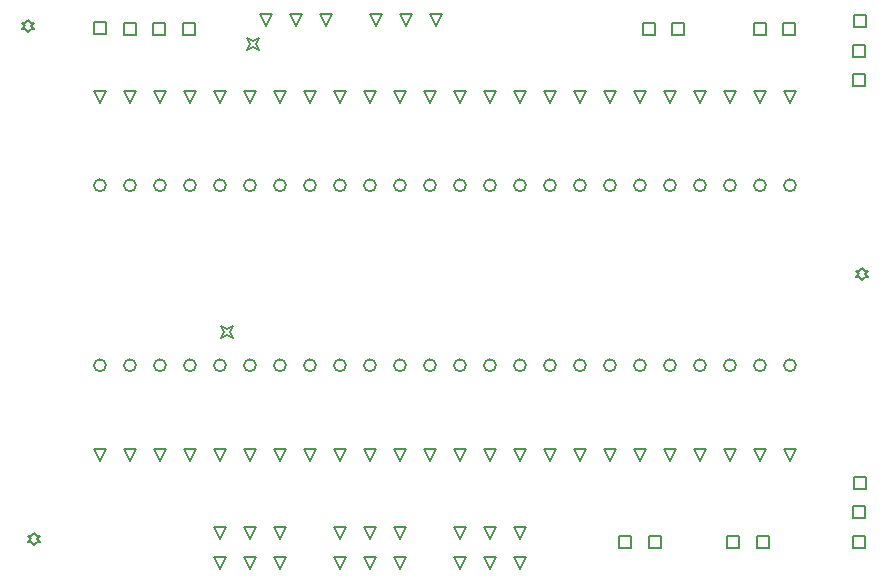
<source format=gbr>
%TF.GenerationSoftware,Altium Limited,Altium Designer,19.1.8 (144)*%
G04 Layer_Color=2752767*
%FSLAX26Y26*%
%MOIN*%
%TF.FileFunction,Drawing*%
%TF.Part,Single*%
G01*
G75*
%TA.AperFunction,NonConductor*%
%ADD48C,0.005000*%
%ADD49C,0.006667*%
D48*
X2870000Y191575D02*
Y231575D01*
X2910000D01*
Y191575D01*
X2870000D01*
Y290000D02*
Y330000D01*
X2910000D01*
Y290000D01*
X2870000D01*
X2873937Y388425D02*
Y428425D01*
X2913937D01*
Y388425D01*
X2873937D01*
Y1926850D02*
Y1966850D01*
X2913937D01*
Y1926850D01*
X2873937D01*
X2870000Y1828425D02*
Y1868425D01*
X2910000D01*
Y1828425D01*
X2870000D01*
Y1730000D02*
Y1770000D01*
X2910000D01*
Y1730000D01*
X2870000D01*
X2638425Y1900000D02*
Y1940000D01*
X2678425D01*
Y1900000D01*
X2638425D01*
X2540000D02*
Y1940000D01*
X2580000D01*
Y1900000D01*
X2540000D01*
X2091575Y190000D02*
Y230000D01*
X2131575D01*
Y190000D01*
X2091575D01*
X2190000D02*
Y230000D01*
X2230000D01*
Y190000D01*
X2190000D01*
X2170000Y1900000D02*
Y1940000D01*
X2210000D01*
Y1900000D01*
X2170000D01*
X2268425D02*
Y1940000D01*
X2308425D01*
Y1900000D01*
X2268425D01*
X636850D02*
Y1940000D01*
X676850D01*
Y1900000D01*
X636850D01*
X538425D02*
Y1940000D01*
X578425D01*
Y1900000D01*
X538425D01*
X440000D02*
Y1940000D01*
X480000D01*
Y1900000D01*
X440000D01*
X341575Y1903937D02*
Y1943937D01*
X381575D01*
Y1903937D01*
X341575D01*
X2550000Y190000D02*
Y230000D01*
X2590000D01*
Y190000D01*
X2550000D01*
X2451575D02*
Y230000D01*
X2491575D01*
Y190000D01*
X2451575D01*
X2560000Y1675000D02*
X2540000Y1715000D01*
X2580000D01*
X2560000Y1675000D01*
X2460000D02*
X2440000Y1715000D01*
X2480000D01*
X2460000Y1675000D01*
X2360000D02*
X2340000Y1715000D01*
X2380000D01*
X2360000Y1675000D01*
X2260000D02*
X2240000Y1715000D01*
X2280000D01*
X2260000Y1675000D01*
X1860000D02*
X1840000Y1715000D01*
X1880000D01*
X1860000Y1675000D01*
X1960000D02*
X1940000Y1715000D01*
X1980000D01*
X1960000Y1675000D01*
X2060000D02*
X2040000Y1715000D01*
X2080000D01*
X2060000Y1675000D01*
X2160000D02*
X2140000Y1715000D01*
X2180000D01*
X2160000Y1675000D01*
X1460000D02*
X1440000Y1715000D01*
X1480000D01*
X1460000Y1675000D01*
X1560000D02*
X1540000Y1715000D01*
X1580000D01*
X1560000Y1675000D01*
X1660000D02*
X1640000Y1715000D01*
X1680000D01*
X1660000Y1675000D01*
X1760000D02*
X1740000Y1715000D01*
X1780000D01*
X1760000Y1675000D01*
X1060000D02*
X1040000Y1715000D01*
X1080000D01*
X1060000Y1675000D01*
X1160000D02*
X1140000Y1715000D01*
X1180000D01*
X1160000Y1675000D01*
X1260000D02*
X1240000Y1715000D01*
X1280000D01*
X1260000Y1675000D01*
X1360000D02*
X1340000Y1715000D01*
X1380000D01*
X1360000Y1675000D01*
X660000D02*
X640000Y1715000D01*
X680000D01*
X660000Y1675000D01*
X560000D02*
X540000Y1715000D01*
X580000D01*
X560000Y1675000D01*
X460000D02*
X440000Y1715000D01*
X480000D01*
X460000Y1675000D01*
X360000D02*
X340000Y1715000D01*
X380000D01*
X360000Y1675000D01*
X960000D02*
X940000Y1715000D01*
X980000D01*
X960000Y1675000D01*
X860000D02*
X840000Y1715000D01*
X880000D01*
X860000Y1675000D01*
X760000D02*
X740000Y1715000D01*
X780000D01*
X760000Y1675000D01*
X2660000D02*
X2640000Y1715000D01*
X2680000D01*
X2660000Y1675000D01*
X1280000Y1930000D02*
X1260000Y1970000D01*
X1300000D01*
X1280000Y1930000D01*
X1380000D02*
X1360000Y1970000D01*
X1400000D01*
X1380000Y1930000D01*
X1480000D02*
X1460000Y1970000D01*
X1500000D01*
X1480000Y1930000D01*
X915000D02*
X895000Y1970000D01*
X935000D01*
X915000Y1930000D01*
X1015000D02*
X995000Y1970000D01*
X1035000D01*
X1015000Y1930000D01*
X1115000D02*
X1095000Y1970000D01*
X1135000D01*
X1115000Y1930000D01*
X460000Y480000D02*
X440000Y520000D01*
X480000D01*
X460000Y480000D01*
X560000D02*
X540000Y520000D01*
X580000D01*
X560000Y480000D01*
X660000D02*
X640000Y520000D01*
X680000D01*
X660000Y480000D01*
X760000D02*
X740000Y520000D01*
X780000D01*
X760000Y480000D01*
X1160000D02*
X1140000Y520000D01*
X1180000D01*
X1160000Y480000D01*
X1060000D02*
X1040000Y520000D01*
X1080000D01*
X1060000Y480000D01*
X960000D02*
X940000Y520000D01*
X980000D01*
X960000Y480000D01*
X860000D02*
X840000Y520000D01*
X880000D01*
X860000Y480000D01*
X1560000D02*
X1540000Y520000D01*
X1580000D01*
X1560000Y480000D01*
X1460000D02*
X1440000Y520000D01*
X1480000D01*
X1460000Y480000D01*
X1360000D02*
X1340000Y520000D01*
X1380000D01*
X1360000Y480000D01*
X1260000D02*
X1240000Y520000D01*
X1280000D01*
X1260000Y480000D01*
X1960000D02*
X1940000Y520000D01*
X1980000D01*
X1960000Y480000D01*
X1860000D02*
X1840000Y520000D01*
X1880000D01*
X1860000Y480000D01*
X1760000D02*
X1740000Y520000D01*
X1780000D01*
X1760000Y480000D01*
X1660000D02*
X1640000Y520000D01*
X1680000D01*
X1660000Y480000D01*
X2360000D02*
X2340000Y520000D01*
X2380000D01*
X2360000Y480000D01*
X2460000D02*
X2440000Y520000D01*
X2480000D01*
X2460000Y480000D01*
X2560000D02*
X2540000Y520000D01*
X2580000D01*
X2560000Y480000D01*
X2660000D02*
X2640000Y520000D01*
X2680000D01*
X2660000Y480000D01*
X2060000D02*
X2040000Y520000D01*
X2080000D01*
X2060000Y480000D01*
X2160000D02*
X2140000Y520000D01*
X2180000D01*
X2160000Y480000D01*
X2260000D02*
X2240000Y520000D01*
X2280000D01*
X2260000Y480000D01*
X360000D02*
X340000Y520000D01*
X380000D01*
X360000Y480000D01*
X1560000Y120000D02*
X1540000Y160000D01*
X1580000D01*
X1560000Y120000D01*
X1660000D02*
X1640000Y160000D01*
X1680000D01*
X1660000Y120000D01*
X1760000D02*
X1740000Y160000D01*
X1780000D01*
X1760000Y120000D01*
X1560000Y220000D02*
X1540000Y260000D01*
X1580000D01*
X1560000Y220000D01*
X1660000D02*
X1640000Y260000D01*
X1680000D01*
X1660000Y220000D01*
X1760000D02*
X1740000Y260000D01*
X1780000D01*
X1760000Y220000D01*
X760000Y120000D02*
X740000Y160000D01*
X780000D01*
X760000Y120000D01*
X860000D02*
X840000Y160000D01*
X880000D01*
X860000Y120000D01*
X960000D02*
X940000Y160000D01*
X980000D01*
X960000Y120000D01*
X760000Y220000D02*
X740000Y260000D01*
X780000D01*
X760000Y220000D01*
X860000D02*
X840000Y260000D01*
X880000D01*
X860000Y220000D01*
X960000D02*
X940000Y260000D01*
X980000D01*
X960000Y220000D01*
X1160000Y120000D02*
X1140000Y160000D01*
X1180000D01*
X1160000Y120000D01*
X1260000D02*
X1240000Y160000D01*
X1280000D01*
X1260000Y120000D01*
X1360000D02*
X1340000Y160000D01*
X1380000D01*
X1360000Y120000D01*
X1160000Y220000D02*
X1140000Y260000D01*
X1180000D01*
X1160000Y220000D01*
X1260000D02*
X1240000Y260000D01*
X1280000D01*
X1260000Y220000D01*
X1360000D02*
X1340000Y260000D01*
X1380000D01*
X1360000Y220000D01*
X120000Y1910000D02*
X130000Y1920000D01*
X140000D01*
X130000Y1930000D01*
X140000Y1940000D01*
X130000D01*
X120000Y1950000D01*
X110000Y1940000D01*
X100000D01*
X110000Y1930000D01*
X100000Y1920000D01*
X110000D01*
X120000Y1910000D01*
X140000Y200000D02*
X150000Y210000D01*
X160000D01*
X150000Y220000D01*
X160000Y230000D01*
X150000D01*
X140000Y240000D01*
X130000Y230000D01*
X120000D01*
X130000Y220000D01*
X120000Y210000D01*
X130000D01*
X140000Y200000D01*
X2900000Y1085000D02*
X2910000Y1095000D01*
X2920000D01*
X2910000Y1105000D01*
X2920000Y1115000D01*
X2910000D01*
X2900000Y1125000D01*
X2890000Y1115000D01*
X2880000D01*
X2890000Y1105000D01*
X2880000Y1095000D01*
X2890000D01*
X2900000Y1085000D01*
X850000Y1850000D02*
X860000Y1870000D01*
X850000Y1890000D01*
X870000Y1880000D01*
X890000Y1890000D01*
X880000Y1870000D01*
X890000Y1850000D01*
X870000Y1860000D01*
X850000Y1850000D01*
X765000Y890000D02*
X775000Y910000D01*
X765000Y930000D01*
X785000Y920000D01*
X805000Y930000D01*
X795000Y910000D01*
X805000Y890000D01*
X785000Y900000D01*
X765000Y890000D01*
D49*
X580000Y800000D02*
G03*
X580000Y800000I-20000J0D01*
G01*
X780000D02*
G03*
X780000Y800000I-20000J0D01*
G01*
X680000D02*
G03*
X680000Y800000I-20000J0D01*
G01*
X480000D02*
G03*
X480000Y800000I-20000J0D01*
G01*
X380000D02*
G03*
X380000Y800000I-20000J0D01*
G01*
X1080000D02*
G03*
X1080000Y800000I-20000J0D01*
G01*
X980000D02*
G03*
X980000Y800000I-20000J0D01*
G01*
X880000D02*
G03*
X880000Y800000I-20000J0D01*
G01*
X1280000D02*
G03*
X1280000Y800000I-20000J0D01*
G01*
X1180000D02*
G03*
X1180000Y800000I-20000J0D01*
G01*
X480000Y1400000D02*
G03*
X480000Y1400000I-20000J0D01*
G01*
X380000D02*
G03*
X380000Y1400000I-20000J0D01*
G01*
X680000D02*
G03*
X680000Y1400000I-20000J0D01*
G01*
X580000D02*
G03*
X580000Y1400000I-20000J0D01*
G01*
X880000D02*
G03*
X880000Y1400000I-20000J0D01*
G01*
X780000D02*
G03*
X780000Y1400000I-20000J0D01*
G01*
X1080000D02*
G03*
X1080000Y1400000I-20000J0D01*
G01*
X980000D02*
G03*
X980000Y1400000I-20000J0D01*
G01*
X1280000D02*
G03*
X1280000Y1400000I-20000J0D01*
G01*
X1180000D02*
G03*
X1180000Y1400000I-20000J0D01*
G01*
X1780000Y800000D02*
G03*
X1780000Y800000I-20000J0D01*
G01*
X1980000D02*
G03*
X1980000Y800000I-20000J0D01*
G01*
X1880000D02*
G03*
X1880000Y800000I-20000J0D01*
G01*
X1480000D02*
G03*
X1480000Y800000I-20000J0D01*
G01*
X1380000D02*
G03*
X1380000Y800000I-20000J0D01*
G01*
X1680000D02*
G03*
X1680000Y800000I-20000J0D01*
G01*
X1580000D02*
G03*
X1580000Y800000I-20000J0D01*
G01*
X2180000D02*
G03*
X2180000Y800000I-20000J0D01*
G01*
X2080000D02*
G03*
X2080000Y800000I-20000J0D01*
G01*
X2380000D02*
G03*
X2380000Y800000I-20000J0D01*
G01*
X2280000D02*
G03*
X2280000Y800000I-20000J0D01*
G01*
X2680000D02*
G03*
X2680000Y800000I-20000J0D01*
G01*
X2480000D02*
G03*
X2480000Y800000I-20000J0D01*
G01*
X1780000Y1400000D02*
G03*
X1780000Y1400000I-20000J0D01*
G01*
X1980000D02*
G03*
X1980000Y1400000I-20000J0D01*
G01*
X1880000D02*
G03*
X1880000Y1400000I-20000J0D01*
G01*
X1480000D02*
G03*
X1480000Y1400000I-20000J0D01*
G01*
X1380000D02*
G03*
X1380000Y1400000I-20000J0D01*
G01*
X1680000D02*
G03*
X1680000Y1400000I-20000J0D01*
G01*
X1580000D02*
G03*
X1580000Y1400000I-20000J0D01*
G01*
X2180000D02*
G03*
X2180000Y1400000I-20000J0D01*
G01*
X2080000D02*
G03*
X2080000Y1400000I-20000J0D01*
G01*
X2580000Y800000D02*
G03*
X2580000Y800000I-20000J0D01*
G01*
X2280000Y1400000D02*
G03*
X2280000Y1400000I-20000J0D01*
G01*
X2480000D02*
G03*
X2480000Y1400000I-20000J0D01*
G01*
X2380000D02*
G03*
X2380000Y1400000I-20000J0D01*
G01*
X2680000D02*
G03*
X2680000Y1400000I-20000J0D01*
G01*
X2580000D02*
G03*
X2580000Y1400000I-20000J0D01*
G01*
%TF.MD5,f9578ef50fe5eb87e22652705fc8457b*%
M02*

</source>
